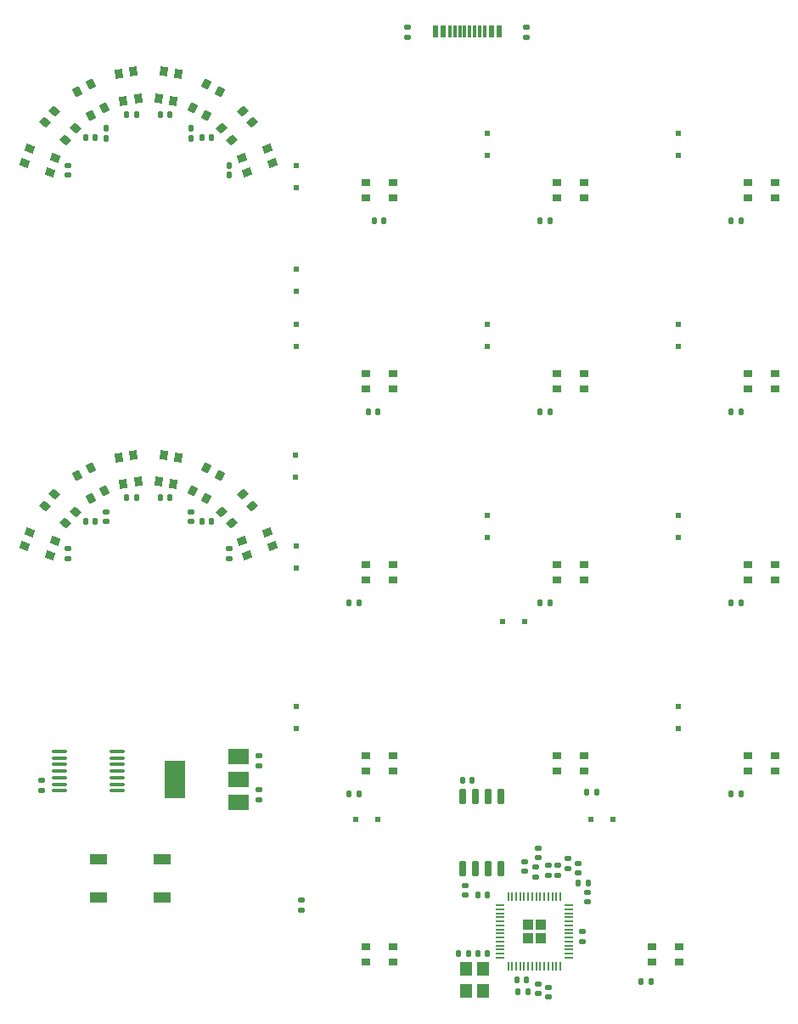
<source format=gbr>
G04 #@! TF.GenerationSoftware,KiCad,Pcbnew,(6.0.7-1)-1*
G04 #@! TF.CreationDate,2022-08-13T20:31:23-04:00*
G04 #@! TF.ProjectId,KnGXT,4b6e4758-542e-46b6-9963-61645f706362,rev?*
G04 #@! TF.SameCoordinates,Original*
G04 #@! TF.FileFunction,Paste,Top*
G04 #@! TF.FilePolarity,Positive*
%FSLAX46Y46*%
G04 Gerber Fmt 4.6, Leading zero omitted, Abs format (unit mm)*
G04 Created by KiCad (PCBNEW (6.0.7-1)-1) date 2022-08-13 20:31:23*
%MOMM*%
%LPD*%
G01*
G04 APERTURE LIST*
G04 Aperture macros list*
%AMRoundRect*
0 Rectangle with rounded corners*
0 $1 Rounding radius*
0 $2 $3 $4 $5 $6 $7 $8 $9 X,Y pos of 4 corners*
0 Add a 4 corners polygon primitive as box body*
4,1,4,$2,$3,$4,$5,$6,$7,$8,$9,$2,$3,0*
0 Add four circle primitives for the rounded corners*
1,1,$1+$1,$2,$3*
1,1,$1+$1,$4,$5*
1,1,$1+$1,$6,$7*
1,1,$1+$1,$8,$9*
0 Add four rect primitives between the rounded corners*
20,1,$1+$1,$2,$3,$4,$5,0*
20,1,$1+$1,$4,$5,$6,$7,0*
20,1,$1+$1,$6,$7,$8,$9,0*
20,1,$1+$1,$8,$9,$2,$3,0*%
%AMRotRect*
0 Rectangle, with rotation*
0 The origin of the aperture is its center*
0 $1 length*
0 $2 width*
0 $3 Rotation angle, in degrees counterclockwise*
0 Add horizontal line*
21,1,$1,$2,0,0,$3*%
G04 Aperture macros list end*
%ADD10RoundRect,0.140000X0.170000X-0.140000X0.170000X0.140000X-0.170000X0.140000X-0.170000X-0.140000X0*%
%ADD11RoundRect,0.135000X-0.185000X0.135000X-0.185000X-0.135000X0.185000X-0.135000X0.185000X0.135000X0*%
%ADD12R,0.900000X0.750000*%
%ADD13R,0.900000X0.760000*%
%ADD14R,0.500000X0.500000*%
%ADD15RoundRect,0.140000X-0.140000X-0.170000X0.140000X-0.170000X0.140000X0.170000X-0.140000X0.170000X0*%
%ADD16RotRect,0.900000X0.750000X20.000000*%
%ADD17RotRect,0.900000X0.760000X20.000000*%
%ADD18RoundRect,0.140000X-0.170000X0.140000X-0.170000X-0.140000X0.170000X-0.140000X0.170000X0.140000X0*%
%ADD19R,1.200000X1.400000*%
%ADD20RotRect,0.900000X0.750000X120.000000*%
%ADD21RotRect,0.900000X0.760000X120.000000*%
%ADD22RoundRect,0.140000X0.140000X0.170000X-0.140000X0.170000X-0.140000X-0.170000X0.140000X-0.170000X0*%
%ADD23RotRect,0.900000X0.750000X80.000000*%
%ADD24RotRect,0.900000X0.760000X80.000000*%
%ADD25RoundRect,0.150000X0.150000X-0.650000X0.150000X0.650000X-0.150000X0.650000X-0.150000X-0.650000X0*%
%ADD26RoundRect,0.100000X0.637500X0.100000X-0.637500X0.100000X-0.637500X-0.100000X0.637500X-0.100000X0*%
%ADD27RotRect,0.900000X0.750000X60.000000*%
%ADD28RotRect,0.900000X0.760000X60.000000*%
%ADD29R,0.600000X1.160000*%
%ADD30R,0.300000X1.160000*%
%ADD31RotRect,0.900000X0.750000X40.000000*%
%ADD32RotRect,0.900000X0.760000X40.000000*%
%ADD33RoundRect,0.135000X0.135000X0.185000X-0.135000X0.185000X-0.135000X-0.185000X0.135000X-0.185000X0*%
%ADD34RotRect,0.900000X0.750000X140.000000*%
%ADD35RotRect,0.900000X0.760000X140.000000*%
%ADD36RoundRect,0.250000X-0.292217X-0.292217X0.292217X-0.292217X0.292217X0.292217X-0.292217X0.292217X0*%
%ADD37RoundRect,0.050000X-0.387500X-0.050000X0.387500X-0.050000X0.387500X0.050000X-0.387500X0.050000X0*%
%ADD38RoundRect,0.050000X-0.050000X-0.387500X0.050000X-0.387500X0.050000X0.387500X-0.050000X0.387500X0*%
%ADD39RotRect,0.900000X0.750000X160.000000*%
%ADD40RotRect,0.900000X0.760000X160.000000*%
%ADD41R,2.000000X1.500000*%
%ADD42R,2.000000X3.800000*%
%ADD43RotRect,0.900000X0.750000X100.000000*%
%ADD44RotRect,0.900000X0.760000X100.000000*%
%ADD45R,1.700000X1.000000*%
G04 APERTURE END LIST*
D10*
X27742800Y-43855000D03*
X27742800Y-42895000D03*
D11*
X73507525Y-29122525D03*
X73507525Y-30142525D03*
D12*
X98250000Y-65200000D03*
X98250000Y-63700000D03*
D13*
X95550000Y-63700000D03*
D12*
X95550000Y-65200000D03*
D14*
X79950000Y-108125000D03*
X82150000Y-108125000D03*
X50500000Y-55450000D03*
X50500000Y-53250000D03*
D15*
X57720000Y-67450000D03*
X58680000Y-67450000D03*
D11*
X61650000Y-29140000D03*
X61650000Y-30160000D03*
D16*
X48135100Y-42638042D03*
X47622070Y-41228503D03*
D17*
X45084900Y-42151958D03*
D16*
X45597930Y-43561497D03*
D18*
X75650000Y-124845000D03*
X75650000Y-125805000D03*
D14*
X69550000Y-80000000D03*
X69550000Y-77800000D03*
D15*
X74870000Y-48400000D03*
X75830000Y-48400000D03*
D19*
X67450000Y-123050000D03*
X67450000Y-125250000D03*
X69150000Y-125250000D03*
X69150000Y-123050000D03*
D14*
X69550000Y-60950000D03*
X69550000Y-58750000D03*
D20*
X30024519Y-73045866D03*
X28725481Y-73795866D03*
D21*
X30075481Y-76134134D03*
D20*
X31374519Y-75384134D03*
D12*
X86025000Y-120850000D03*
X86025000Y-122350000D03*
D13*
X88725000Y-122350000D03*
D12*
X88725000Y-120850000D03*
D15*
X43842800Y-42895000D03*
X43842800Y-43855000D03*
D22*
X69614871Y-115675000D03*
X68654871Y-115675000D03*
X73480000Y-124100000D03*
X72520000Y-124100000D03*
D14*
X88600000Y-41900000D03*
X88600000Y-39700000D03*
X88600000Y-60950000D03*
X88600000Y-58750000D03*
D15*
X42092624Y-40145000D03*
X41132624Y-40145000D03*
D23*
X38763031Y-72020746D03*
X37285819Y-71760273D03*
D24*
X36816969Y-74419254D03*
D23*
X38294181Y-74679727D03*
D15*
X74870000Y-86500000D03*
X75830000Y-86500000D03*
D22*
X42092624Y-78370000D03*
X41132624Y-78370000D03*
D14*
X58675000Y-108075000D03*
X56475000Y-108075000D03*
D25*
X67117200Y-113063000D03*
X68387200Y-113063000D03*
X69657200Y-113063000D03*
X70927200Y-113063000D03*
X70927200Y-105863000D03*
X69657200Y-105863000D03*
X68387200Y-105863000D03*
X67117200Y-105863000D03*
D15*
X79520000Y-105400000D03*
X80480000Y-105400000D03*
D10*
X74700000Y-111950000D03*
X74700000Y-110990000D03*
D18*
X76650571Y-112710200D03*
X76650571Y-113670200D03*
D15*
X36987800Y-76050000D03*
X37947800Y-76050000D03*
D14*
X88600000Y-99050000D03*
X88600000Y-96850000D03*
X69550000Y-41900000D03*
X69550000Y-39700000D03*
D22*
X85880000Y-124300000D03*
X84920000Y-124300000D03*
D26*
X32650000Y-105250000D03*
X32650000Y-104600000D03*
X32650000Y-103950000D03*
X32650000Y-103300000D03*
X32650000Y-102650000D03*
X32650000Y-102000000D03*
X32650000Y-101350000D03*
X26925000Y-101350000D03*
X26925000Y-102000000D03*
X26925000Y-102650000D03*
X26925000Y-103300000D03*
X26925000Y-103950000D03*
X26925000Y-104600000D03*
X26925000Y-105250000D03*
D15*
X55820000Y-105550000D03*
X56780000Y-105550000D03*
X29512624Y-40145000D03*
X30472624Y-40145000D03*
X67120000Y-104175000D03*
X68080000Y-104175000D03*
D27*
X42874519Y-35570866D03*
X41575481Y-34820866D03*
D28*
X40225481Y-37159134D03*
D27*
X41524519Y-37909134D03*
D18*
X75700571Y-112710200D03*
X75700571Y-113670200D03*
D12*
X79200000Y-103300000D03*
X79200000Y-101800000D03*
D13*
X76500000Y-101800000D03*
D12*
X76500000Y-103300000D03*
D29*
X70786125Y-29506325D03*
X69986125Y-29506325D03*
D30*
X68836125Y-29506325D03*
X67836125Y-29506325D03*
X67336125Y-29506325D03*
X66336125Y-29506325D03*
D29*
X65186125Y-29506325D03*
X64386125Y-29506325D03*
X64386125Y-29506325D03*
X65186125Y-29506325D03*
D30*
X65836125Y-29506325D03*
X66836125Y-29506325D03*
X68336125Y-29506325D03*
X69336125Y-29506325D03*
D29*
X69986125Y-29506325D03*
X70786125Y-29506325D03*
D10*
X79600000Y-116330000D03*
X79600000Y-115370000D03*
D12*
X79200000Y-84250000D03*
X79200000Y-82750000D03*
D13*
X76500000Y-82750000D03*
D12*
X76500000Y-84250000D03*
D15*
X29512624Y-78370000D03*
X30472624Y-78370000D03*
D14*
X50500000Y-60950000D03*
X50500000Y-58750000D03*
D10*
X79050000Y-120280000D03*
X79050000Y-119320000D03*
D31*
X46126251Y-38641770D03*
X45162069Y-37492703D03*
D32*
X43093749Y-39228230D03*
D31*
X44057931Y-40377297D03*
D33*
X73635000Y-125325000D03*
X72615000Y-125325000D03*
D12*
X98250000Y-103300000D03*
X98250000Y-101800000D03*
D13*
X95550000Y-101800000D03*
D12*
X95550000Y-103300000D03*
D14*
X50500000Y-99050000D03*
X50500000Y-96850000D03*
D12*
X79200000Y-65200000D03*
X79200000Y-63700000D03*
D13*
X76500000Y-63700000D03*
D12*
X76500000Y-65200000D03*
D15*
X93920000Y-67450000D03*
X94880000Y-67450000D03*
D18*
X39992624Y-77440000D03*
X39992624Y-78400000D03*
D15*
X31542624Y-39215000D03*
X31542624Y-40175000D03*
D18*
X74675000Y-124495000D03*
X74675000Y-125455000D03*
D12*
X60150000Y-65200000D03*
X60150000Y-63700000D03*
D13*
X57450000Y-63700000D03*
D12*
X57450000Y-65200000D03*
D14*
X88600000Y-80000000D03*
X88600000Y-77800000D03*
D22*
X39992624Y-39215000D03*
X39992624Y-40175000D03*
D34*
X26437931Y-37492703D03*
X25473749Y-38641770D03*
D35*
X27542069Y-40377297D03*
D34*
X28506251Y-39228230D03*
D12*
X98250000Y-84250000D03*
X98250000Y-82750000D03*
D13*
X95550000Y-82750000D03*
D12*
X95550000Y-84250000D03*
X60150000Y-46150000D03*
X60150000Y-44650000D03*
D13*
X57450000Y-44650000D03*
D12*
X57450000Y-46150000D03*
D10*
X51000000Y-117150000D03*
X51000000Y-116190000D03*
D36*
X74897271Y-119926550D03*
X73622271Y-118651550D03*
X74897271Y-118651550D03*
X73622271Y-119926550D03*
D37*
X70822271Y-116689050D03*
X70822271Y-117089050D03*
X70822271Y-117489050D03*
X70822271Y-117889050D03*
X70822271Y-118289050D03*
X70822271Y-118689050D03*
X70822271Y-119089050D03*
X70822271Y-119489050D03*
X70822271Y-119889050D03*
X70822271Y-120289050D03*
X70822271Y-120689050D03*
X70822271Y-121089050D03*
X70822271Y-121489050D03*
X70822271Y-121889050D03*
D38*
X71659771Y-122726550D03*
X72059771Y-122726550D03*
X72459771Y-122726550D03*
X72859771Y-122726550D03*
X73259771Y-122726550D03*
X73659771Y-122726550D03*
X74059771Y-122726550D03*
X74459771Y-122726550D03*
X74859771Y-122726550D03*
X75259771Y-122726550D03*
X75659771Y-122726550D03*
X76059771Y-122726550D03*
X76459771Y-122726550D03*
X76859771Y-122726550D03*
D37*
X77697271Y-121889050D03*
X77697271Y-121489050D03*
X77697271Y-121089050D03*
X77697271Y-120689050D03*
X77697271Y-120289050D03*
X77697271Y-119889050D03*
X77697271Y-119489050D03*
X77697271Y-119089050D03*
X77697271Y-118689050D03*
X77697271Y-118289050D03*
X77697271Y-117889050D03*
X77697271Y-117489050D03*
X77697271Y-117089050D03*
X77697271Y-116689050D03*
D38*
X76859771Y-115851550D03*
X76459771Y-115851550D03*
X76059771Y-115851550D03*
X75659771Y-115851550D03*
X75259771Y-115851550D03*
X74859771Y-115851550D03*
X74459771Y-115851550D03*
X74059771Y-115851550D03*
X73659771Y-115851550D03*
X73259771Y-115851550D03*
X72859771Y-115851550D03*
X72459771Y-115851550D03*
X72059771Y-115851550D03*
X71659771Y-115851550D03*
D10*
X78650000Y-113455000D03*
X78650000Y-112495000D03*
X77650000Y-113005000D03*
X77650000Y-112045000D03*
D18*
X46843800Y-101782400D03*
X46843800Y-102742400D03*
D23*
X38763031Y-33795746D03*
X37285819Y-33535273D03*
D24*
X36816969Y-36194254D03*
D23*
X38294181Y-36454727D03*
D14*
X50500000Y-45150000D03*
X50500000Y-42950000D03*
D10*
X27742800Y-82080000D03*
X27742800Y-81120000D03*
D12*
X57450000Y-120850000D03*
X57450000Y-122350000D03*
D13*
X60150000Y-122350000D03*
D12*
X60150000Y-120850000D03*
D15*
X58320000Y-48400000D03*
X59280000Y-48400000D03*
X66720000Y-121500000D03*
X67680000Y-121500000D03*
D12*
X60150000Y-103300000D03*
X60150000Y-101800000D03*
D13*
X57450000Y-101800000D03*
D12*
X57450000Y-103300000D03*
D39*
X23977930Y-79453503D03*
X23464900Y-80863042D03*
D40*
X26002070Y-81786497D03*
D39*
X26515100Y-80376958D03*
D14*
X71090000Y-88420000D03*
X73290000Y-88420000D03*
D34*
X26437931Y-75717703D03*
X25473749Y-76866770D03*
D35*
X27542069Y-78602297D03*
D34*
X28506251Y-77453230D03*
D18*
X67354698Y-114701073D03*
X67354698Y-115661073D03*
D14*
X50500000Y-83050000D03*
X50500000Y-80850000D03*
D27*
X42874519Y-73795866D03*
X41575481Y-73045866D03*
D28*
X40225481Y-75384134D03*
D27*
X41524519Y-76134134D03*
D12*
X60150000Y-84250000D03*
X60150000Y-82750000D03*
D13*
X57450000Y-82750000D03*
D12*
X57450000Y-84250000D03*
D10*
X25162200Y-105198400D03*
X25162200Y-104238400D03*
D41*
X44750000Y-106432400D03*
X44750000Y-104132400D03*
D42*
X38450000Y-104132400D03*
D41*
X44750000Y-101832400D03*
D18*
X31542624Y-77440000D03*
X31542624Y-78400000D03*
D43*
X34304181Y-33535273D03*
X32826969Y-33795746D03*
D44*
X33295819Y-36454727D03*
D43*
X34773031Y-36194254D03*
D15*
X93920000Y-86500000D03*
X94880000Y-86500000D03*
D18*
X43842800Y-81120000D03*
X43842800Y-82080000D03*
D14*
X50425000Y-71800000D03*
X50425000Y-74000000D03*
D10*
X73300000Y-113275000D03*
X73300000Y-112315000D03*
D16*
X48135100Y-80863042D03*
X47622070Y-79453503D03*
D17*
X45084900Y-80376958D03*
D16*
X45597930Y-81786497D03*
D12*
X79200000Y-46150000D03*
X79200000Y-44650000D03*
D13*
X76500000Y-44650000D03*
D12*
X76500000Y-46150000D03*
D15*
X33637800Y-37825000D03*
X34597800Y-37825000D03*
D10*
X74375000Y-113855000D03*
X74375000Y-112895000D03*
D15*
X55820000Y-86500000D03*
X56780000Y-86500000D03*
D43*
X34304181Y-71760273D03*
X32826969Y-72020746D03*
D44*
X33295819Y-74679727D03*
D43*
X34773031Y-74419254D03*
D18*
X46843800Y-105163200D03*
X46843800Y-106123200D03*
D12*
X98250000Y-46150000D03*
X98250000Y-44650000D03*
D13*
X95550000Y-44650000D03*
D12*
X95550000Y-46150000D03*
D15*
X74870000Y-67450000D03*
X75830000Y-67450000D03*
D31*
X46126251Y-76866770D03*
X45162069Y-75717703D03*
D32*
X43093749Y-77453230D03*
D31*
X44057931Y-78602297D03*
D22*
X69580000Y-121500000D03*
X68620000Y-121500000D03*
D15*
X33637800Y-76050000D03*
X34597800Y-76050000D03*
D20*
X30024519Y-34820866D03*
X28725481Y-35570866D03*
D21*
X30075481Y-37909134D03*
D20*
X31374519Y-37159134D03*
D45*
X37125000Y-112125000D03*
X30825000Y-112125000D03*
X37125000Y-115925000D03*
X30825000Y-115925000D03*
D15*
X93920000Y-48400000D03*
X94880000Y-48400000D03*
X93920000Y-105550000D03*
X94880000Y-105550000D03*
X36987800Y-37825000D03*
X37947800Y-37825000D03*
D39*
X23977930Y-41228503D03*
X23464900Y-42638042D03*
D40*
X26002070Y-43561497D03*
D39*
X26515100Y-42151958D03*
D15*
X78670000Y-114425000D03*
X79630000Y-114425000D03*
M02*

</source>
